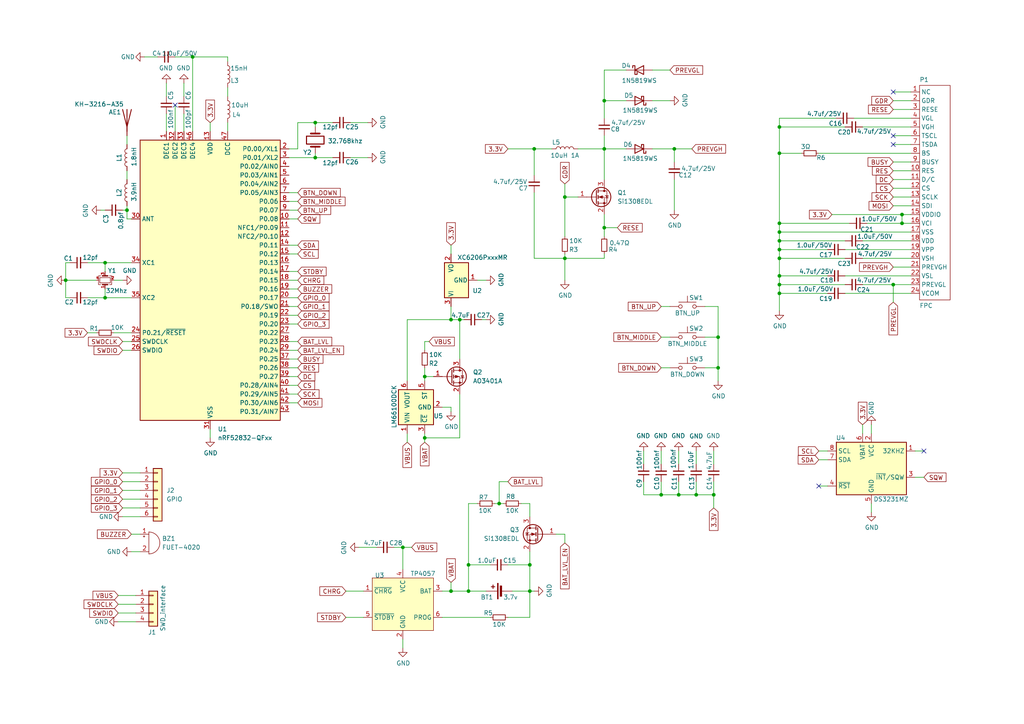
<source format=kicad_sch>
(kicad_sch (version 20250114) (generator "eeschema") (generator_version "9.0")
  (paper "A4")
  (junction (at 153.67 163.83))
  (junction (at 226.06 82.55))
  (junction (at 226.06 74.93))
  (junction (at 175.26 66.04))
  (junction (at 91.44 45.72))
  (junction (at 226.06 44.45))
  (junction (at 91.44 35.56))
  (junction (at 123.19 109.22))
  (junction (at 208.28 106.68))
  (junction (at 208.28 97.79))
  (junction (at 195.58 43.18))
  (junction (at 226.06 72.39))
  (junction (at 133.35 92.71))
  (junction (at 259.08 82.55))
  (junction (at 163.83 74.93))
  (junction (at 226.06 69.85))
  (junction (at 135.89 171.45))
  (junction (at 123.19 127))
  (junction (at 261.62 62.23))
  (junction (at 226.06 36.83))
  (junction (at 153.67 171.45))
  (junction (at 130.81 171.45))
  (junction (at 226.06 80.01))
  (junction (at 201.93 143.51))
  (junction (at 191.77 143.51))
  (junction (at 135.89 163.83))
  (junction (at 30.48 86.36))
  (junction (at 36.83 60.96))
  (junction (at 196.85 143.51))
  (junction (at 154.94 43.18))
  (junction (at 116.84 158.75))
  (junction (at 175.26 29.21))
  (junction (at 207.01 143.51))
  (junction (at 226.06 64.77))
  (junction (at 163.83 57.15))
  (junction (at 226.06 67.31))
  (junction (at 144.78 146.05))
  (junction (at 30.48 76.2))
  (junction (at 226.06 85.09))
  (junction (at 19.05 81.28))
  (junction (at 261.62 64.77))
  (junction (at 175.26 43.18))
  (junction (at 55.88 16.51))
  (junction (at 130.81 92.71))
  (no_connect (at 50.8 30.48))
  (no_connect (at 259.08 41.91))
  (no_connect (at 259.08 39.37))
  (no_connect (at 267.97 130.81))
  (no_connect (at 237.49 140.97))
  (no_connect (at 259.08 26.67))
  (wire (pts (xy 135.89 146.05) (xy 138.43 146.05)))
  (wire (pts (xy 226.06 85.09) (xy 226.06 90.17)))
  (wire (pts (xy 133.35 114.3) (xy 133.35 127)))
  (wire (pts (xy 201.93 130.81) (xy 201.93 134.62)))
  (wire (pts (xy 38.1 154.94) (xy 40.64 154.94)))
  (wire (pts (xy 241.3 62.23) (xy 261.62 62.23)))
  (wire (pts (xy 226.06 36.83) (xy 226.06 34.29)))
  (wire (pts (xy 226.06 64.77) (xy 226.06 67.31)))
  (wire (pts (xy 163.83 74.93) (xy 163.83 81.28)))
  (wire (pts (xy 133.35 92.71) (xy 134.62 92.71)))
  (wire (pts (xy 25.4 86.36) (xy 30.48 86.36)))
  (wire (pts (xy 36.83 39.37) (xy 36.83 41.91)))
  (wire (pts (xy 133.35 92.71) (xy 130.81 92.71)))
  (wire (pts (xy 226.06 82.55) (xy 226.06 85.09)))
  (wire (pts (xy 35.56 137.16) (xy 40.64 137.16)))
  (wire (pts (xy 53.34 33.02) (xy 53.34 38.1)))
  (wire (pts (xy 252.73 123.19) (xy 252.73 125.73)))
  (wire (pts (xy 201.93 143.51) (xy 207.01 143.51)))
  (wire (pts (xy 104.14 158.75) (xy 109.22 158.75)))
  (wire (pts (xy 83.82 109.22) (xy 86.36 109.22)))
  (wire (pts (xy 30.48 76.2) (xy 38.1 76.2)))
  (wire (pts (xy 106.68 45.72) (xy 101.6 45.72)))
  (wire (pts (xy 153.67 171.45) (xy 154.94 171.45)))
  (wire (pts (xy 83.82 116.84) (xy 86.36 116.84)))
  (wire (pts (xy 83.82 45.72) (xy 91.44 45.72)))
  (wire (pts (xy 259.08 39.37) (xy 264.16 39.37)))
  (wire (pts (xy 116.84 158.75) (xy 114.3 158.75)))
  (wire (pts (xy 175.26 29.21) (xy 181.61 29.21)))
  (wire (pts (xy 83.82 81.28) (xy 86.36 81.28)))
  (wire (pts (xy 267.97 138.43) (xy 265.43 138.43)))
  (wire (pts (xy 153.67 146.05) (xy 153.67 149.86)))
  (wire (pts (xy 175.26 66.04) (xy 175.26 68.58)))
  (wire (pts (xy 83.82 86.36) (xy 86.36 86.36)))
  (wire (pts (xy 226.06 69.85) (xy 226.06 72.39)))
  (wire (pts (xy 264.16 64.77) (xy 261.62 64.77)))
  (wire (pts (xy 34.29 172.72) (xy 39.37 172.72)))
  (wire (pts (xy 118.11 92.71) (xy 130.81 92.71)))
  (wire (pts (xy 83.82 71.12) (xy 86.36 71.12)))
  (wire (pts (xy 250.19 123.19) (xy 250.19 125.73)))
  (wire (pts (xy 186.69 143.51) (xy 191.77 143.51)))
  (wire (pts (xy 123.19 106.68) (xy 123.19 109.22)))
  (wire (pts (xy 226.06 72.39) (xy 226.06 74.93)))
  (wire (pts (xy 91.44 45.72) (xy 91.44 44.45)))
  (wire (pts (xy 208.28 88.9) (xy 208.28 97.79)))
  (wire (pts (xy 237.49 140.97) (xy 240.03 140.97)))
  (wire (pts (xy 19.05 81.28) (xy 27.94 81.28)))
  (wire (pts (xy 144.78 146.05) (xy 146.05 146.05)))
  (wire (pts (xy 66.04 25.4) (xy 66.04 27.94)))
  (wire (pts (xy 83.82 78.74) (xy 86.36 78.74)))
  (wire (pts (xy 204.47 88.9) (xy 208.28 88.9)))
  (wire (pts (xy 30.48 86.36) (xy 38.1 86.36)))
  (wire (pts (xy 226.06 80.01) (xy 226.06 82.55)))
  (wire (pts (xy 259.08 54.61) (xy 264.16 54.61)))
  (wire (pts (xy 34.29 175.26) (xy 39.37 175.26)))
  (wire (pts (xy 259.08 26.67) (xy 264.16 26.67)))
  (wire (pts (xy 38.1 160.02) (xy 40.64 160.02)))
  (wire (pts (xy 196.85 139.7) (xy 196.85 143.51)))
  (wire (pts (xy 191.77 143.51) (xy 196.85 143.51)))
  (wire (pts (xy 35.56 139.7) (xy 40.64 139.7)))
  (wire (pts (xy 245.11 72.39) (xy 264.16 72.39)))
  (wire (pts (xy 226.06 36.83) (xy 245.11 36.83)))
  (wire (pts (xy 133.35 127) (xy 123.19 127)))
  (wire (pts (xy 135.89 163.83) (xy 135.89 171.45)))
  (wire (pts (xy 191.77 97.79) (xy 194.31 97.79)))
  (wire (pts (xy 154.94 43.18) (xy 154.94 50.8)))
  (wire (pts (xy 19.05 76.2) (xy 19.05 81.28)))
  (wire (pts (xy 135.89 171.45) (xy 140.97 171.45)))
  (wire (pts (xy 237.49 133.35) (xy 240.03 133.35)))
  (wire (pts (xy 226.06 44.45) (xy 232.41 44.45)))
  (wire (pts (xy 186.69 139.7) (xy 186.69 143.51)))
  (wire (pts (xy 250.19 74.93) (xy 264.16 74.93)))
  (wire (pts (xy 167.64 43.18) (xy 175.26 43.18)))
  (wire (pts (xy 189.23 43.18) (xy 195.58 43.18)))
  (wire (pts (xy 191.77 130.81) (xy 191.77 134.62)))
  (wire (pts (xy 83.82 91.44) (xy 86.36 91.44)))
  (wire (pts (xy 204.47 97.79) (xy 208.28 97.79)))
  (wire (pts (xy 175.26 43.18) (xy 175.26 52.07)))
  (wire (pts (xy 139.7 92.71) (xy 140.97 92.71)))
  (wire (pts (xy 83.82 104.14) (xy 86.36 104.14)))
  (wire (pts (xy 83.82 88.9) (xy 86.36 88.9)))
  (wire (pts (xy 226.06 80.01) (xy 240.03 80.01)))
  (wire (pts (xy 83.82 73.66) (xy 86.36 73.66)))
  (wire (pts (xy 175.26 66.04) (xy 179.07 66.04)))
  (wire (pts (xy 153.67 160.02) (xy 153.67 163.83)))
  (wire (pts (xy 259.08 52.07) (xy 264.16 52.07)))
  (wire (pts (xy 194.31 29.21) (xy 189.23 29.21)))
  (wire (pts (xy 148.59 171.45) (xy 153.67 171.45)))
  (wire (pts (xy 208.28 106.68) (xy 208.28 110.49)))
  (wire (pts (xy 35.56 144.78) (xy 40.64 144.78)))
  (wire (pts (xy 245.11 85.09) (xy 264.16 85.09)))
  (wire (pts (xy 250.19 36.83) (xy 264.16 36.83)))
  (wire (pts (xy 226.06 64.77) (xy 246.38 64.77)))
  (wire (pts (xy 34.29 180.34) (xy 39.37 180.34)))
  (wire (pts (xy 29.21 60.96) (xy 30.48 60.96)))
  (wire (pts (xy 259.08 31.75) (xy 264.16 31.75)))
  (wire (pts (xy 226.06 74.93) (xy 245.11 74.93)))
  (wire (pts (xy 66.04 35.56) (xy 66.04 38.1)))
  (wire (pts (xy 116.84 158.75) (xy 119.38 158.75)))
  (wire (pts (xy 83.82 101.6) (xy 86.36 101.6)))
  (wire (pts (xy 83.82 93.98) (xy 86.36 93.98)))
  (wire (pts (xy 151.13 146.05) (xy 153.67 146.05)))
  (wire (pts (xy 83.82 106.68) (xy 86.36 106.68)))
  (wire (pts (xy 201.93 139.7) (xy 201.93 143.51)))
  (wire (pts (xy 106.68 35.56) (xy 101.6 35.56)))
  (wire (pts (xy 38.1 63.5) (xy 36.83 63.5)))
  (wire (pts (xy 250.19 69.85) (xy 264.16 69.85)))
  (wire (pts (xy 163.83 57.15) (xy 167.64 57.15)))
  (wire (pts (xy 175.26 39.37) (xy 175.26 43.18)))
  (wire (pts (xy 207.01 130.81) (xy 207.01 134.62)))
  (wire (pts (xy 128.27 118.11) (xy 130.81 118.11)))
  (wire (pts (xy 175.26 29.21) (xy 175.26 34.29)))
  (wire (pts (xy 163.83 73.66) (xy 163.83 74.93)))
  (wire (pts (xy 226.06 44.45) (xy 226.06 64.77)))
  (wire (pts (xy 100.33 171.45) (xy 105.41 171.45)))
  (wire (pts (xy 130.81 118.11) (xy 130.81 119.38)))
  (wire (pts (xy 163.83 53.34) (xy 163.83 57.15)))
  (wire (pts (xy 226.06 36.83) (xy 226.06 44.45)))
  (wire (pts (xy 144.78 139.7) (xy 144.78 146.05)))
  (wire (pts (xy 96.52 45.72) (xy 91.44 45.72)))
  (wire (pts (xy 189.23 20.32) (xy 194.31 20.32)))
  (wire (pts (xy 66.04 16.51) (xy 55.88 16.51)))
  (wire (pts (xy 191.77 139.7) (xy 191.77 143.51)))
  (wire (pts (xy 83.82 43.18) (xy 86.36 43.18)))
  (wire (pts (xy 133.35 92.71) (xy 133.35 104.14)))
  (wire (pts (xy 147.32 139.7) (xy 144.78 139.7)))
  (wire (pts (xy 195.58 43.18) (xy 195.58 46.99)))
  (wire (pts (xy 154.94 55.88) (xy 154.94 74.93)))
  (wire (pts (xy 116.84 158.75) (xy 116.84 165.1)))
  (wire (pts (xy 25.4 76.2) (xy 30.48 76.2)))
  (wire (pts (xy 196.85 130.81) (xy 196.85 134.62)))
  (wire (pts (xy 83.82 111.76) (xy 86.36 111.76)))
  (wire (pts (xy 204.47 106.68) (xy 208.28 106.68)))
  (wire (pts (xy 135.89 146.05) (xy 135.89 163.83)))
  (wire (pts (xy 118.11 92.71) (xy 118.11 110.49)))
  (wire (pts (xy 261.62 64.77) (xy 261.62 62.23)))
  (wire (pts (xy 259.08 77.47) (xy 264.16 77.47)))
  (wire (pts (xy 19.05 86.36) (xy 19.05 81.28)))
  (wire (pts (xy 30.48 83.82) (xy 30.48 86.36)))
  (wire (pts (xy 35.56 99.06) (xy 38.1 99.06)))
  (wire (pts (xy 130.81 171.45) (xy 135.89 171.45)))
  (wire (pts (xy 83.82 83.82) (xy 86.36 83.82)))
  (wire (pts (xy 60.96 35.56) (xy 60.96 38.1)))
  (wire (pts (xy 259.08 82.55) (xy 264.16 82.55)))
  (wire (pts (xy 207.01 139.7) (xy 207.01 143.51)))
  (wire (pts (xy 226.06 67.31) (xy 264.16 67.31)))
  (wire (pts (xy 163.83 74.93) (xy 175.26 74.93)))
  (wire (pts (xy 208.28 97.79) (xy 208.28 106.68)))
  (wire (pts (xy 86.36 43.18) (xy 86.36 35.56)))
  (wire (pts (xy 35.56 101.6) (xy 38.1 101.6)))
  (wire (pts (xy 207.01 143.51) (xy 207.01 147.32)))
  (wire (pts (xy 83.82 60.96) (xy 86.36 60.96)))
  (wire (pts (xy 191.77 106.68) (xy 194.31 106.68)))
  (wire (pts (xy 161.29 154.94) (xy 163.83 154.94)))
  (wire (pts (xy 35.56 142.24) (xy 40.64 142.24)))
  (wire (pts (xy 96.52 35.56) (xy 91.44 35.56)))
  (wire (pts (xy 41.91 16.51) (xy 45.72 16.51)))
  (wire (pts (xy 267.97 130.81) (xy 265.43 130.81)))
  (wire (pts (xy 163.83 57.15) (xy 163.83 68.58)))
  (wire (pts (xy 135.89 163.83) (xy 142.24 163.83)))
  (wire (pts (xy 66.04 17.78) (xy 66.04 16.51)))
  (wire (pts (xy 259.08 29.21) (xy 264.16 29.21)))
  (wire (pts (xy 259.08 59.69) (xy 264.16 59.69)))
  (wire (pts (xy 83.82 114.3) (xy 86.36 114.3)))
  (wire (pts (xy 123.19 125.73) (xy 123.19 127)))
  (wire (pts (xy 181.61 20.32) (xy 175.26 20.32)))
  (wire (pts (xy 33.02 96.52) (xy 38.1 96.52)))
  (wire (pts (xy 34.29 177.8) (xy 39.37 177.8)))
  (wire (pts (xy 261.62 62.23) (xy 264.16 62.23)))
  (wire (pts (xy 245.11 80.01) (xy 264.16 80.01)))
  (wire (pts (xy 147.32 163.83) (xy 153.67 163.83)))
  (wire (pts (xy 147.32 43.18) (xy 154.94 43.18)))
  (wire (pts (xy 20.32 86.36) (xy 19.05 86.36)))
  (wire (pts (xy 25.4 96.52) (xy 27.94 96.52)))
  (wire (pts (xy 196.85 143.51) (xy 201.93 143.51)))
  (wire (pts (xy 55.88 16.51) (xy 50.8 16.51)))
  (wire (pts (xy 130.81 71.12) (xy 130.81 73.66)))
  (wire (pts (xy 154.94 43.18) (xy 160.02 43.18)))
  (wire (pts (xy 259.08 57.15) (xy 264.16 57.15)))
  (wire (pts (xy 250.19 82.55) (xy 259.08 82.55)))
  (wire (pts (xy 186.69 130.81) (xy 186.69 134.62)))
  (wire (pts (xy 195.58 52.07) (xy 195.58 60.96)))
  (wire (pts (xy 128.27 171.45) (xy 130.81 171.45)))
  (wire (pts (xy 53.34 24.13) (xy 53.34 27.94)))
  (wire (pts (xy 91.44 36.83) (xy 91.44 35.56)))
  (wire (pts (xy 86.36 35.56) (xy 91.44 35.56)))
  (wire (pts (xy 191.77 88.9) (xy 194.31 88.9)))
  (wire (pts (xy 153.67 163.83) (xy 153.67 171.45)))
  (wire (pts (xy 251.46 64.77) (xy 261.62 64.77)))
  (wire (pts (xy 118.11 125.73) (xy 118.11 128.27)))
  (wire (pts (xy 237.49 44.45) (xy 264.16 44.45)))
  (wire (pts (xy 259.08 49.53) (xy 264.16 49.53)))
  (wire (pts (xy 226.06 34.29) (xy 242.57 34.29)))
  (wire (pts (xy 20.32 76.2) (xy 19.05 76.2)))
  (wire (pts (xy 48.26 33.02) (xy 48.26 38.1)))
  (wire (pts (xy 226.06 74.93) (xy 226.06 80.01)))
  (wire (pts (xy 138.43 81.28) (xy 140.97 81.28)))
  (wire (pts (xy 123.19 110.49) (xy 123.19 109.22)))
  (wire (pts (xy 154.94 74.93) (xy 163.83 74.93)))
  (wire (pts (xy 35.56 60.96) (xy 36.83 60.96)))
  (wire (pts (xy 195.58 43.18) (xy 200.66 43.18)))
  (wire (pts (xy 116.84 185.42) (xy 116.84 187.96)))
  (wire (pts (xy 226.06 82.55) (xy 245.11 82.55)))
  (wire (pts (xy 252.73 148.59) (xy 252.73 146.05)))
  (wire (pts (xy 226.06 69.85) (xy 245.11 69.85)))
  (wire (pts (xy 55.88 16.51) (xy 55.88 38.1)))
  (wire (pts (xy 259.08 82.55) (xy 259.08 87.63)))
  (wire (pts (xy 83.82 55.88) (xy 86.36 55.88)))
  (wire (pts (xy 36.83 49.53) (xy 36.83 52.07)))
  (wire (pts (xy 147.32 179.07) (xy 153.67 179.07)))
  (wire (pts (xy 123.19 99.06) (xy 123.19 101.6)))
  (wire (pts (xy 33.02 81.28) (xy 35.56 81.28)))
  (wire (pts (xy 175.26 73.66) (xy 175.26 74.93)))
  (wire (pts (xy 83.82 58.42) (xy 86.36 58.42)))
  (wire (pts (xy 175.26 43.18) (xy 181.61 43.18)))
  (wire (pts (xy 259.08 41.91) (xy 264.16 41.91)))
  (wire (pts (xy 175.26 20.32) (xy 175.26 29.21)))
  (wire (pts (xy 48.26 24.13) (xy 48.26 27.94)))
  (wire (pts (xy 226.06 67.31) (xy 226.06 69.85)))
  (wire (pts (xy 175.26 62.23) (xy 175.26 66.04)))
  (wire (pts (xy 130.81 168.91) (xy 130.81 171.45)))
  (wire (pts (xy 30.48 76.2) (xy 30.48 78.74)))
  (wire (pts (xy 60.96 124.46) (xy 60.96 127)))
  (wire (pts (xy 226.06 72.39) (xy 240.03 72.39)))
  (wire (pts (xy 123.19 109.22) (xy 125.73 109.22)))
  (wire (pts (xy 83.82 63.5) (xy 86.36 63.5)))
  (wire (pts (xy 35.56 149.86) (xy 40.64 149.86)))
  (wire (pts (xy 143.51 146.05) (xy 144.78 146.05)))
  (wire (pts (xy 259.08 46.99) (xy 264.16 46.99)))
  (wire (pts (xy 83.82 99.06) (xy 86.36 99.06)))
  (wire (pts (xy 123.19 127) (xy 123.19 128.27)))
  (wire (pts (xy 35.56 147.32) (xy 40.64 147.32)))
  (wire (pts (xy 163.83 157.48) (xy 163.83 154.94)))
  (wire (pts (xy 247.65 34.29) (xy 264.16 34.29)))
  (wire (pts (xy 237.49 130.81) (xy 240.03 130.81)))
  (wire (pts (xy 130.81 92.71) (xy 130.81 88.9)))
  (wire (pts (xy 128.27 179.07) (xy 142.24 179.07)))
  (wire (pts (xy 153.67 179.07) (xy 153.67 171.45)))
  (wire (pts (xy 36.83 60.96) (xy 36.83 63.5)))
  (wire (pts (xy 226.06 85.09) (xy 240.03 85.09)))
  (wire (pts (xy 50.8 30.48) (xy 50.8 38.1)))
  (wire (pts (xy 100.33 179.07) (xy 105.41 179.07)))
  (wire (pts (xy 124.46 99.06) (xy 123.19 99.06)))
  (wire (pts (xy 36.83 59.69) (xy 36.83 60.96)))
  (global_label "SWDIO" (shape input) (at 34.29 177.8 180) (property "Intersheetrefs" "${INTERSHEET_REFS}" (effects (hide yes))))
  (global_label "STDBY" (shape input) (at 86.36 78.74 0) (property "Intersheetrefs" "${INTERSHEET_REFS}" (effects (hide yes))))
  (global_label "GPIO_0" (shape input) (at 35.56 139.7 180) (property "Intersheetrefs" "${INTERSHEET_REFS}" (effects (hide yes))))
  (global_label "BTN_UP" (shape input) (at 191.77 88.9 180) (property "Intersheetrefs" "${INTERSHEET_REFS}" (effects (hide yes))))
  (global_label "BAT_LVL" (shape input) (at 147.32 139.7 0) (property "Intersheetrefs" "${INTERSHEET_REFS}" (effects (hide yes))))
  (global_label "SDA" (shape input) (at 86.36 71.12 0) (property "Intersheetrefs" "${INTERSHEET_REFS}" (effects (hide yes))))
  (global_label "VBAT" (shape input) (at 130.81 168.91 90) (property "Intersheetrefs" "${INTERSHEET_REFS}" (effects (hide yes))))
  (global_label "DC" (shape input) (at 86.36 109.22 0) (property "Intersheetrefs" "${INTERSHEET_REFS}" (effects (hide yes))))
  (global_label "PREVGL" (shape input) (at 194.31 20.32 0) (property "Intersheetrefs" "${INTERSHEET_REFS}" (effects (hide yes))))
  (global_label "3.3V" (shape input) (at 241.3 62.23 180) (property "Intersheetrefs" "${INTERSHEET_REFS}" (effects (hide yes))))
  (global_label "BTN_DOWN" (shape input) (at 191.77 106.68 180) (property "Intersheetrefs" "${INTERSHEET_REFS}" (effects (hide yes))))
  (global_label "BUZZER" (shape input) (at 86.36 83.82 0) (property "Intersheetrefs" "${INTERSHEET_REFS}" (effects (hide yes))))
  (global_label "GPIO_2" (shape input) (at 86.36 91.44 0) (property "Intersheetrefs" "${INTERSHEET_REFS}" (effects (hide yes))))
  (global_label "SCK" (shape input) (at 259.08 57.15 180) (property "Intersheetrefs" "${INTERSHEET_REFS}" (effects (hide yes))))
  (global_label "BAT_LVL" (shape input) (at 86.36 99.06 0) (property "Intersheetrefs" "${INTERSHEET_REFS}" (effects (hide yes))))
  (global_label "CS" (shape input) (at 86.36 111.76 0) (property "Intersheetrefs" "${INTERSHEET_REFS}" (effects (hide yes))))
  (global_label "PREVGH" (shape input) (at 200.66 43.18 0) (property "Intersheetrefs" "${INTERSHEET_REFS}" (effects (hide yes))))
  (global_label "BTN_MIDDLE" (shape input) (at 86.36 58.42 0) (property "Intersheetrefs" "${INTERSHEET_REFS}" (effects (hide yes))))
  (global_label "SDA" (shape input) (at 237.49 133.35 180) (property "Intersheetrefs" "${INTERSHEET_REFS}" (effects (hide yes))))
  (global_label "SCK" (shape input) (at 86.36 114.3 0) (property "Intersheetrefs" "${INTERSHEET_REFS}" (effects (hide yes))))
  (global_label "BUSY" (shape input) (at 86.36 104.14 0) (property "Intersheetrefs" "${INTERSHEET_REFS}" (effects (hide yes))))
  (global_label "3.3V" (shape input) (at 130.81 71.12 90) (property "Intersheetrefs" "${INTERSHEET_REFS}" (effects (hide yes))))
  (global_label "BUZZER" (shape input) (at 38.1 154.94 180) (property "Intersheetrefs" "${INTERSHEET_REFS}" (effects (hide yes))))
  (global_label "SWDIO" (shape input) (at 35.56 101.6 180) (property "Intersheetrefs" "${INTERSHEET_REFS}" (effects (hide yes))))
  (global_label "GPIO_3" (shape input) (at 35.56 147.32 180) (property "Intersheetrefs" "${INTERSHEET_REFS}" (effects (hide yes))))
  (global_label "GDR" (shape input) (at 259.08 29.21 180) (property "Intersheetrefs" "${INTERSHEET_REFS}" (effects (hide yes))))
  (global_label "3.3V" (shape input) (at 147.32 43.18 180) (property "Intersheetrefs" "${INTERSHEET_REFS}" (effects (hide yes))))
  (global_label "SWDCLK" (shape input) (at 34.29 175.26 180) (property "Intersheetrefs" "${INTERSHEET_REFS}" (effects (hide yes))))
  (global_label "BAT_LVL_EN" (shape input) (at 86.36 101.6 0) (property "Intersheetrefs" "${INTERSHEET_REFS}" (effects (hide yes))))
  (global_label "GPIO_2" (shape input) (at 35.56 144.78 180) (property "Intersheetrefs" "${INTERSHEET_REFS}" (effects (hide yes))))
  (global_label "MOSI" (shape input) (at 259.08 59.69 180) (property "Intersheetrefs" "${INTERSHEET_REFS}" (effects (hide yes))))
  (global_label "VBUS" (shape input) (at 124.46 99.06 0) (property "Intersheetrefs" "${INTERSHEET_REFS}" (effects (hide yes))))
  (global_label "VBUS" (shape input) (at 119.38 158.75 0) (property "Intersheetrefs" "${INTERSHEET_REFS}" (effects (hide yes))))
  (global_label "MOSI" (shape input) (at 86.36 116.84 0) (property "Intersheetrefs" "${INTERSHEET_REFS}" (effects (hide yes))))
  (global_label "VBAT" (shape input) (at 123.19 128.27 270) (property "Intersheetrefs" "${INTERSHEET_REFS}" (effects (hide yes))))
  (global_label "SWDCLK" (shape input) (at 35.56 99.06 180) (property "Intersheetrefs" "${INTERSHEET_REFS}" (effects (hide yes))))
  (global_label "RESE" (shape input) (at 259.08 31.75 180) (property "Intersheetrefs" "${INTERSHEET_REFS}" (effects (hide yes))))
  (global_label "VBUS" (shape input) (at 34.29 172.72 180) (property "Intersheetrefs" "${INTERSHEET_REFS}" (effects (hide yes))))
  (global_label "PREVGH" (shape input) (at 259.08 77.47 180) (property "Intersheetrefs" "${INTERSHEET_REFS}" (effects (hide yes))))
  (global_label "GPIO_0" (shape input) (at 86.36 86.36 0) (property "Intersheetrefs" "${INTERSHEET_REFS}" (effects (hide yes))))
  (global_label "GPIO_3" (shape input) (at 86.36 93.98 0) (property "Intersheetrefs" "${INTERSHEET_REFS}" (effects (hide yes))))
  (global_label "3.3V" (shape input) (at 35.56 137.16 180) (property "Intersheetrefs" "${INTERSHEET_REFS}" (effects (hide yes))))
  (global_label "GPIO_1" (shape input) (at 35.56 142.24 180) (property "Intersheetrefs" "${INTERSHEET_REFS}" (effects (hide yes))))
  (global_label "PREVGL" (shape input) (at 259.08 87.63 270) (property "Intersheetrefs" "${INTERSHEET_REFS}" (effects (hide yes))))
  (global_label "3.3V" (shape input) (at 250.19 123.19 90) (property "Intersheetrefs" "${INTERSHEET_REFS}" (effects (hide yes))))
  (global_label "3.3V" (shape input) (at 60.96 35.56 90) (property "Intersheetrefs" "${INTERSHEET_REFS}" (effects (hide yes))))
  (global_label "BTN_DOWN" (shape input) (at 86.36 55.88 0) (property "Intersheetrefs" "${INTERSHEET_REFS}" (effects (hide yes))))
  (global_label "3.3V" (shape input) (at 207.01 147.32 270) (property "Intersheetrefs" "${INTERSHEET_REFS}" (effects (hide yes))))
  (global_label "DC" (shape input) (at 259.08 52.07 180) (property "Intersheetrefs" "${INTERSHEET_REFS}" (effects (hide yes))))
  (global_label "BUSY" (shape input) (at 259.08 46.99 180) (property "Intersheetrefs" "${INTERSHEET_REFS}" (effects (hide yes))))
  (global_label "SCL" (shape input) (at 86.36 73.66 0) (property "Intersheetrefs" "${INTERSHEET_REFS}" (effects (hide yes))))
  (global_label "BAT_LVL_EN" (shape input) (at 163.83 157.48 270) (property "Intersheetrefs" "${INTERSHEET_REFS}" (effects (hide yes))))
  (global_label "BTN_MIDDLE" (shape input) (at 191.77 97.79 180) (property "Intersheetrefs" "${INTERSHEET_REFS}" (effects (hide yes))))
  (global_label "BTN_UP" (shape input) (at 86.36 60.96 0) (property "Intersheetrefs" "${INTERSHEET_REFS}" (effects (hide yes))))
  (global_label "STDBY" (shape input) (at 100.33 179.07 180) (property "Intersheetrefs" "${INTERSHEET_REFS}" (effects (hide yes))))
  (global_label "GPIO_1" (shape input) (at 86.36 88.9 0) (property "Intersheetrefs" "${INTERSHEET_REFS}" (effects (hide yes))))
  (global_label "CS" (shape input) (at 259.08 54.61 180) (property "Intersheetrefs" "${INTERSHEET_REFS}" (effects (hide yes))))
  (global_label "GDR" (shape input) (at 163.83 53.34 90) (property "Intersheetrefs" "${INTERSHEET_REFS}" (effects (hide yes))))
  (global_label "CHRG" (shape input) (at 86.36 81.28 0) (property "Intersheetrefs" "${INTERSHEET_REFS}" (effects (hide yes))))
  (global_label "SQW" (shape input) (at 267.97 138.43 0) (property "Intersheetrefs" "${INTERSHEET_REFS}" (effects (hide yes))))
  (global_label "CHRG" (shape input) (at 100.33 171.45 180) (property "Intersheetrefs" "${INTERSHEET_REFS}" (effects (hide yes))))
  (global_label "VBUS" (shape input) (at 118.11 128.27 270) (property "Intersheetrefs" "${INTERSHEET_REFS}" (effects (hide yes))))
  (global_label "RES" (shape input) (at 259.08 49.53 180) (property "Intersheetrefs" "${INTERSHEET_REFS}" (effects (hide yes))))
  (global_label "SCL" (shape input) (at 237.49 130.81 180) (property "Intersheetrefs" "${INTERSHEET_REFS}" (effects (hide yes))))
  (global_label "3.3V" (shape input) (at 25.4 96.52 180) (property "Intersheetrefs" "${INTERSHEET_REFS}" (effects (hide yes))))
  (global_label "RES" (shape input) (at 86.36 106.68 0) (property "Intersheetrefs" "${INTERSHEET_REFS}" (effects (hide yes))))
  (global_label "RESE" (shape input) (at 179.07 66.04 0) (property "Intersheetrefs" "${INTERSHEET_REFS}" (effects (hide yes))))
  (global_label "SQW" (shape input) (at 86.36 63.5 0) (property "Intersheetrefs" "${INTERSHEET_REFS}" (effects (hide yes))))
  (symbol (lib_id "EPD_watch-rescue:GND-power") (at 252.73 148.59 0) (unit 1)
    (property "Reference" "#PWR023" (effects (hide yes)))
    (property "Value" "GND" (at 252.857 152.9842 0))
  )
  (symbol (lib_id "Device:L") (at 66.04 21.59 0) (unit 1)
    (property "Reference" "L3" (at 68.072 23.368 0))
    (property "Value" "15nH" (at 69.342 19.812 0))
    (property "Footprint" "Inductor_SMD:L_0402_1005Metric" (effects (hide yes)))
    (property "LCSC" "C329619" (effects (hide yes)))
  )
  (symbol (lib_id "Device:C_Small") (at 22.86 86.36 90) (unit 1)
    (property "Reference" "C2" (at 20.066 87.63 90))
    (property "Value" "12pf" (at 26.162 87.63 90))
    (property "Footprint" "Capacitor_SMD:C_0402_1005Metric" (effects (hide yes)))
    (property "Description" "Unpolarized capacitor, small symbol" (effects (hide yes)))
    (property "LCSC" "C161305" (effects (hide yes)))
  )
  (symbol (lib_id "Device:C_Small") (at 196.85 137.16 180) (unit 1)
    (property "Reference" "C11" (at 195.58 140.208 90))
    (property "Value" "100nf" (at 195.326 133.096 90))
    (property "Footprint" "Capacitor_SMD:C_0402_1005Metric" (effects (hide yes)))
    (property "Description" "Unpolarized capacitor, small symbol" (effects (hide yes)))
    (property "LCSC" "C1525" (effects (hide yes)))
  )
  (symbol (lib_id "Switch:SW_Push") (at 199.39 106.68 0) (unit 1)
    (property "Reference" "SW3" (at 201.93 104.14 0))
    (property "Value" "BTN_DOWN" (at 199.39 108.585 0))
    (property "Footprint" "epd_watch:TS-1010A-B" (effects (hide yes)))
    (property "LCSC" "C381059" (effects (hide yes)))
  )
  (symbol (lib_id "EPD_watch-rescue:GND-power") (at 196.85 130.81 180) (unit 1)
    (property "Reference" "#PWR016" (effects (hide yes)))
    (property "Value" "GND" (at 196.723 126.4158 0))
  )
  (symbol (lib_id "Device:C_Small") (at 33.02 60.96 90) (unit 1)
    (property "Reference" "C3" (at 30.734 63.5 0))
    (property "Value" "0.8pf" (at 35.052 64.008 0))
    (property "Footprint" "Capacitor_SMD:C_0402_1005Metric" (effects (hide yes)))
    (property "Description" "Unpolarized capacitor, small symbol" (effects (hide yes)))
    (property "LCSC" "C327032" (effects (hide yes)))
  )
  (symbol (lib_id "Regulator_Linear:XC6206PxxxMR") (at 130.81 81.28 90) (unit 1)
    (property "Reference" "U2" (at 138.43 84.328 90))
    (property "Value" "XC6206PxxxMR" (at 139.954 74.676 90))
    (property "Footprint" "Package_TO_SOT_SMD:SOT-23-3" (effects (hide yes)))
    (property "Datasheet" "https://www.torexsemi.com/file/xc6206/XC6206.pdf" (effects (hide yes)))
    (property "Description" "Positive 60-250mA Low Dropout Regulator, Fixed Output, SOT-23" (effects (hide yes)))
    (property "LCSC" "C5446 " (effects (hide yes)))
  )
  (symbol (lib_id "Device:C_Small") (at 99.06 35.56 270) (unit 1)
    (property "Reference" "C25" (at 102.108 36.83 90))
    (property "Value" "12pf" (at 95.758 36.83 90))
    (property "Footprint" "Capacitor_SMD:C_0402_1005Metric" (effects (hide yes)))
    (property "Description" "Unpolarized capacitor, small symbol" (effects (hide yes)))
    (property "LCSC" "C161305" (effects (hide yes)))
  )
  (symbol (lib_id "Device:R_Small") (at 234.95 44.45 270) (unit 1)
    (property "Reference" "R6" (at 238.125 45.72 90))
    (property "Value" "3Ω" (at 233.68 42.545 90))
    (property "Footprint" "Resistor_SMD:R_0402_1005Metric" (effects (hide yes)))
    (property "LCSC" "C423196" (effects (hide yes)))
  )
  (symbol (lib_id "Device:C_Small") (at 242.57 85.09 270) (unit 1)
    (property "Reference" "C19" (at 239.522 86.614 90))
    (property "Value" "1.0uF/50V" (at 236.474 83.82 90))
    (property "Footprint" "Capacitor_SMD:C_0402_1005Metric" (effects (hide yes)))
    (property "LCSC" "C1518208" (effects (hide yes)))
  )
  (symbol (lib_id "EPD_watch-rescue:GND-power") (at 130.81 119.38 0) (unit 1)
    (property "Reference" "#PWR27" (effects (hide yes)))
    (property "Value" "GND" (at 130.937 123.7742 0))
  )
  (symbol (lib_id "EPD_watch-rescue:GND-power") (at 48.26 24.13 180) (unit 1)
    (property "Reference" "#PWR05" (effects (hide yes)))
    (property "Value" "GND" (at 48.133 19.7358 0))
  )
  (symbol (lib_id "Timer_RTC:DS3231MZ") (at 252.73 135.89 0) (unit 1)
    (property "Reference" "U4" (at 243.84 127 0))
    (property "Value" "DS3231MZ" (at 258.445 144.78 0))
    (property "Footprint" "Package_SO:SOIC-8_3.9x4.9mm_P1.27mm" (effects (hide yes)))
    (property "Datasheet" "http://datasheets.maximintegrated.com/en/ds/DS3231M.pdf" (effects (hide yes)))
    (property "LCSC" "C107410 " (effects (hide yes)))
  )
  (symbol (lib_id "Device:C_Small") (at 154.94 53.34 180) (unit 1)
    (property "Reference" "C7" (at 151.765 54.61 0))
    (property "Value" "4.7uf/25V" (at 147.955 52.705 0))
    (property "Footprint" "Capacitor_SMD:C_0402_1005Metric" (effects (hide yes)))
    (property "LCSC" "C2858031 " (effects (hide yes)))
  )
  (symbol (lib_id "Device:C_Small") (at 191.77 137.16 180) (unit 1)
    (property "Reference" "C10" (at 190.5 140.208 90))
    (property "Value" "100nf" (at 190.5 133.35 90))
    (property "Footprint" "Capacitor_SMD:C_0402_1005Metric" (effects (hide yes)))
    (property "Description" "Unpolarized capacitor, small symbol" (effects (hide yes)))
    (property "LCSC" "C1525" (effects (hide yes)))
  )
  (symbol (lib_id "epd_watch:TP4057") (at 116.84 175.26 0) (unit 1)
    (property "Reference" "U3" (at 108.712 166.878 0) (effects (justify left)))
    (property "Value" "TP4057" (at 119.0341 166.37 0) (effects (justify left)))
    (property "Footprint" "Package_TO_SOT_SMD:SOT-23-6" (effects (hide yes)))
    (property "LCSC" "C12044" (effects (hide yes)))
  )
  (symbol (lib_id "Device:C_Small") (at 242.57 80.01 270) (unit 1)
    (property "Reference" "C18" (at 239.776 81.28 90))
    (property "Value" "4.7uf/25V" (at 236.728 78.74 90))
    (property "Footprint" "Capacitor_SMD:C_0402_1005Metric" (effects (hide yes)))
    (property "LCSC" "C2858031 " (effects (hide yes)))
  )
  (symbol (lib_id "MCU_Nordic:nRF52832-QFxx") (at 60.96 81.28 0) (unit 1)
    (property "Reference" "U1" (at 63.1541 124.46 0) (effects (justify left)))
    (property "Value" "nRF52832-QFxx" (at 63.1541 127 0) (effects (justify left)))
    (property "Footprint" "Package_DFN_QFN:QFN-48-1EP_6x6mm_P0.4mm_EP4.6x4.6mm" (effects (hide yes)))
    (property "Datasheet" "http://infocenter.nordicsemi.com/pdf/nRF52832_PS_v1.4.pdf" (effects (hide yes)))
    (property "Description" "Multiprotocol BLE/2.4GHz Cortex-M4 SoC, QFN-48" (effects (hide yes)))
    (property "LCSC" "C77540" (effects (hide yes)))
  )
  (symbol (lib_id "EPD_watch-rescue:GND-power") (at 53.34 24.13 180) (unit 1)
    (property "Reference" "#PWR06" (effects (hide yes)))
    (property "Value" "GND" (at 53.213 19.7358 0))
  )
  (symbol (lib_id "epd_watch:EPD_FPC") (at 266.7 55.88 0) (unit 1)
    (property "Reference" "P1" (at 266.7 23.114 0) (effects (justify left)))
    (property "Value" "FPC" (at 266.7 88.646 0) (effects (justify left)))
    (property "Footprint" "epd_watch:FPC-05F-24PH15" (effects (hide yes)))
    (property "LCSC" "C2856821" (effects (hide yes)))
  )
  (symbol (lib_id "EPD_watch-rescue:GND-power") (at 116.84 187.96 0) (unit 1)
    (property "Reference" "#PWR07" (effects (hide yes)))
    (property "Value" "GND" (at 116.967 192.3542 0))
  )
  (symbol (lib_id "Transistor_FET:AO3401A") (at 130.81 109.22 0) (unit 1)
    (property "Reference" "Q2" (at 137.16 107.9499 0) (effects (justify left)))
    (property "Value" "AO3401A" (at 137.16 110.4899 0) (effects (justify left)))
    (property "Footprint" "Package_TO_SOT_SMD:SOT-23" (effects (hide yes)))
    (property "Datasheet" "http://www.aosmd.com/pdfs/datasheet/AO3401A.pdf" (effects (hide yes)))
    (property "Description" "-4.0A Id, -30V Vds, P-Channel MOSFET, SOT-23" (effects (hide yes)))
    (property "LCSC" "C15127" (effects (hide yes)))
  )
  (symbol (lib_id "Diode:1N5819WS") (at 185.42 20.32 0) (unit 1)
    (property "Reference" "D4" (at 181.61 19.05 0))
    (property "Value" "1N5819WS" (at 185.42 23.368 0))
    (property "Footprint" "Diode_SMD:D_SOD-323" (effects (hide yes)))
    (property "Datasheet" "https://datasheet.lcsc.com/lcsc/2204281430_Guangdong-Hottech-1N5819WS_C191023.pdf" (effects (hide yes)))
    (property "Description" "40V 600mV@1A 1A SOD-323 Schottky Barrier Diodes, SOD-323" (effects (hide yes)))
    (property "LCSC" "C191023" (effects (hide yes)))
  )
  (symbol (lib_id "Device:C_Small") (at 207.01 137.16 180) (unit 1)
    (property "Reference" "C14" (at 205.74 140.208 90))
    (property "Value" "4.7uF" (at 205.74 133.604 90))
    (property "Footprint" "Capacitor_SMD:C_0402_1005Metric" (effects (hide yes)))
    (property "Description" "Unpolarized capacitor, small symbol" (effects (hide yes)))
    (property "LCSC" "C2858031" (effects (hide yes)))
  )
  (symbol (lib_id "Device:R_Small") (at 175.26 71.12 0) (unit 1)
    (property "Reference" "R4" (at 177.8 72.39 0))
    (property "Value" "0.47Ω" (at 179.705 70.485 0))
    (property "Footprint" "Resistor_SMD:R_0402_1005Metric" (effects (hide yes)))
    (property "LCSC" "C423162" (effects (hide yes)))
  )
  (symbol (lib_id "EPD_watch-rescue:GND-power") (at 201.93 130.81 180) (unit 1)
    (property "Reference" "#PWR019" (effects (hide yes)))
    (property "Value" "GND" (at 201.93 126.492 0))
  )
  (symbol (lib_id "Device:Battery_Cell") (at 146.05 171.45 90) (unit 1)
    (property "Reference" "BT1" (at 141.224 173.228 90))
    (property "Value" "3.7v" (at 148.082 173.228 90))
    (property "Footprint" "epd_watch:batt_con" (effects (hide yes)))
    (property "Description" "Single-cell battery" (effects (hide yes)))
  )
  (symbol (lib_id "Device:C_Small") (at 248.92 64.77 270) (unit 1)
    (property "Reference" "C21" (at 251.46 66.548 90))
    (property "Value" "1.0uF/50V" (at 255.016 63.5 90))
    (property "Footprint" "Capacitor_SMD:C_0402_1005Metric" (effects (hide yes)))
    (property "LCSC" "C1518208" (effects (hide yes)))
  )
  (symbol (lib_id "Device:C_Small") (at 48.26 16.51 90) (unit 1)
    (property "Reference" "C4" (at 45.466 15.494 90))
    (property "Value" "1.0uF/50V" (at 52.07 15.494 90))
    (property "Footprint" "Capacitor_SMD:C_0402_1005Metric" (effects (hide yes)))
    (property "Description" "Unpolarized capacitor, small symbol" (effects (hide yes)))
    (property "LCSC" "C1518208" (effects (hide yes)))
  )
  (symbol (lib_id "Transistor_FET:Si1308EDL") (at 172.72 57.15 0) (unit 1)
    (property "Reference" "Q1" (at 179.07 55.8799 0) (effects (justify left)))
    (property "Value" "Si1308EDL" (at 179.07 58.4199 0) (effects (justify left)))
    (property "Footprint" "Package_TO_SOT_SMD:SOT-323_SC-70" (effects (hide yes)))
    (property "Datasheet" "https://www.vishay.com/docs/63399/si1308edl.pdf" (effects (hide yes)))
    (property "Description" "30V Vds, 1.4A Id, N-Channel MOSFET, SC-70" (effects (hide yes)))
    (property "LCSC" "C469327" (effects (hide yes)))
  )
  (symbol (lib_id "Switch:SW_Push") (at 199.39 97.79 0) (unit 1)
    (property "Reference" "SW2" (at 201.93 95.25 0))
    (property "Value" "BTN_MIDDLE" (at 199.39 99.695 0))
    (property "Footprint" "epd_watch:TS-1010A-B" (effects (hide yes)))
    (property "LCSC" "C381059" (effects (hide yes)))
  )
  (symbol (lib_id "Device:R_Small") (at 123.19 104.14 0) (unit 1)
    (property "Reference" "R2" (at 125.73 105.41 0))
    (property "Value" "10K" (at 126.365 102.87 0))
    (property "Footprint" "Resistor_SMD:R_0402_1005Metric" (effects (hide yes)))
    (property "LCSC" "C25744 " (effects (hide yes)))
  )
  (symbol (lib_id "Device:C_Small") (at 247.65 36.83 270) (unit 1)
    (property "Reference" "C20" (at 244.856 38.354 90))
    (property "Value" "4.7uf/25V" (at 253.492 38.1 90))
    (property "Footprint" "Capacitor_SMD:C_0402_1005Metric" (effects (hide yes)))
    (property "LCSC" "C2858031 " (effects (hide yes)))
  )
  (symbol (lib_id "EPD_watch-rescue:GND-power") (at 106.68 35.56 90) (unit 1)
    (property "Reference" "#PWR025" (effects (hide yes)))
    (property "Value" "GND" (at 111.0742 35.433 0))
  )
  (symbol (lib_id "Transistor_FET:Si1308EDL") (at 156.21 154.94 0) (mirror y) (unit 1)
    (property "Reference" "Q3" (at 150.622 153.67 0) (effects (justify left)))
    (property "Value" "Si1308EDL" (at 150.622 156.21 0) (effects (justify left)))
    (property "Footprint" "Package_TO_SOT_SMD:SOT-323_SC-70" (effects (hide yes)))
    (property "Datasheet" "https://www.vishay.com/docs/63399/si1308edl.pdf" (effects (hide yes)))
    (property "Description" "30V Vds, 1.4A Id, N-Channel MOSFET, SC-70" (effects (hide yes)))
    (property "LCSC" "C469327" (effects (hide yes)))
  )
  (symbol (lib_id "Device:C_Small") (at 53.34 30.48 180) (unit 1)
    (property "Reference" "C6" (at 54.61 27.686 90))
    (property "Value" "100pf" (at 54.61 34.544 90))
    (property "Footprint" "Capacitor_SMD:C_0402_1005Metric" (effects (hide yes)))
    (property "Description" "Unpolarized capacitor, small symbol" (effects (hide yes)))
    (property "LCSC" "C1546" (effects (hide yes)))
  )
  (symbol (lib_id "EPD_watch-rescue:GND-power") (at 140.97 92.71 90) (unit 1)
    (property "Reference" "#PWR29" (effects (hide yes)))
    (property "Value" "GND" (at 145.3642 92.583 0))
  )
  (symbol (lib_id "EPD_watch-rescue:GND-power") (at 154.94 171.45 90) (unit 1)
    (property "Reference" "#PWR021" (effects (hide yes)))
    (property "Value" "GND" (at 159.3342 171.323 0))
  )
  (symbol (lib_id "EPD_watch-rescue:GND-power") (at 41.91 16.51 270) (unit 1)
    (property "Reference" "#PWR04" (effects (hide yes)))
    (property "Value" "GND" (at 37.084 16.51 90))
  )
  (symbol (lib_id "Device:Crystal_GND24_Small") (at 30.48 81.28 90) (unit 1)
    (property "Reference" "Y1" (at 32.512 78.486 90))
    (property "Value" "32Mhz" (at 33.782 84.328 90))
    (property "Footprint" "Crystal:Crystal_SMD_2016-4Pin_2.0x1.6mm" (effects (hide yes)))
    (property "Description" "Four pin crystal, GND on pins 2 and 4, small symbol" (effects (hide yes)))
    (property "LCSC" "C2965582" (effects (hide yes)))
  )
  (symbol (lib_id "EPD_watch-rescue:GND-power") (at 226.06 90.17 0) (unit 1)
    (property "Reference" "#PWR022" (effects (hide yes)))
    (property "Value" "GND" (at 226.187 94.5642 0))
  )
  (symbol (lib_id "Device:C_Small") (at 247.65 74.93 270) (unit 1)
    (property "Reference" "C23" (at 244.856 76.454 90))
    (property "Value" "4.7uf/25V" (at 253.746 73.66 90))
    (property "Footprint" "Capacitor_SMD:C_0402_1005Metric" (effects (hide yes)))
    (property "LCSC" "C2858031 " (effects (hide yes)))
  )
  (symbol (lib_id "EPD_watch-rescue:GND-power") (at 191.77 130.81 180) (unit 1)
    (property "Reference" "#PWR014" (effects (hide yes)))
    (property "Value" "GND" (at 191.643 126.4158 0))
  )
  (symbol (lib_id "EPD_watch-rescue:GND-power") (at 104.14 158.75 270) (unit 1)
    (property "Reference" "#PWR9" (effects (hide yes)))
    (property "Value" "GND" (at 99.7458 158.877 0))
  )
  (symbol (lib_id "EPD_watch-rescue:GND-power") (at 35.56 81.28 90) (unit 1)
    (property "Reference" "#PWR03" (effects (hide yes)))
    (property "Value" "GND" (at 37.592 78.486 90))
  )
  (symbol (lib_id "Device:L") (at 36.83 45.72 180) (unit 1)
    (property "Reference" "L1" (at 34.544 45.72 90))
    (property "Value" "1.8nH" (at 38.862 45.466 90))
    (property "Footprint" "Inductor_SMD:L_0402_1005Metric" (effects (hide yes)))
    (property "Description" "Inductor" (effects (hide yes)))
    (property "LCSC" "C703123" (effects (hide yes)))
  )
  (symbol (lib_id "Device:R_Small") (at 140.97 146.05 90) (unit 1)
    (property "Reference" "R7" (at 140.208 144.272 90))
    (property "Value" "10K" (at 140.716 148.082 90))
    (property "Footprint" "Resistor_SMD:R_0402_1005Metric" (effects (hide yes)))
    (property "LCSC" "C25744 " (effects (hide yes)))
  )
  (symbol (lib_id "Device:C_Small") (at 137.16 92.71 270) (unit 1)
    (property "Reference" "C27" (at 140.208 91.44 90))
    (property "Value" "4.7uF" (at 133.604 91.44 90))
    (property "Footprint" "Capacitor_SMD:C_0402_1005Metric" (effects (hide yes)))
    (property "Description" "Unpolarized capacitor, small symbol" (effects (hide yes)))
    (property "LCSC" "C2858031" (effects (hide yes)))
  )
  (symbol (lib_id "Power_Management:LM66100DCK") (at 120.65 118.11 90) (unit 1)
    (property "Reference" "U5" (at 128.524 120.65 90) (effects (justify left)))
    (property "Value" "LM66100DCK" (at 114.3 124.206 0) (effects (justify left)))
    (property "Footprint" "Package_TO_SOT_SMD:SOT-363_SC-70-6" (effects (hide yes)))
    (property "Datasheet" "https://www.ti.com/lit/ds/symlink/lm66100.pdf" (effects (hide yes)))
    (property "Description" "Ideal Diode With Input Polarity Protection 1.5 - 5.5V  Input Voltage, 1.5A Output Current, Ron 141 mOhm, SC-70-6" (effects (hide yes)))
    (property "LCSC" "C2869734" (effects (hide yes)))
  )
  (symbol (lib_id "EPD_watch-rescue:GND-power") (at 60.96 127 0) (unit 1)
    (property "Reference" "#PWR08" (effects (hide yes)))
    (property "Value" "GND" (at 61.087 131.3942 0))
  )
  (symbol (lib_id "Connector_Generic:Conn_01x04") (at 44.45 175.26 0) (unit 1)
    (property "Reference" "J1" (at 42.926 183.388 0) (effects (justify left)))
    (property "Value" "SWD_interface" (at 47.244 183.134 90) (effects (justify left)))
    (property "Footprint" "epd_watch:pogo_conn" (effects (hide yes)))
    (property "Description" "Generic connector, single row, 01x04, script generated (kicad-library-utils/schlib/autogen/connector/)" (effects (hide yes)))
  )
  (symbol (lib_id "Device:Antenna") (at 36.83 34.29 0) (unit 1)
    (property "Reference" "AE1" (at 31.496 32.512 0) (effects (justify left)))
    (property "Value" "KH-3216-A35" (at 21.59 30.226 0) (effects (justify left)))
    (property "Footprint" "epd_watch:KH-3216-A35" (effects (hide yes)))
    (property "Description" "Antenna" (effects (hide yes)))
    (property "LCSC" "C504002" (effects (hide yes)))
  )
  (symbol (lib_id "Device:C_Small") (at 245.11 34.29 270) (unit 1)
    (property "Reference" "C16" (at 242.316 35.814 90))
    (property "Value" "4.7uf/25V" (at 239.014 33.02 90))
    (property "Footprint" "Capacitor_SMD:C_0402_1005Metric" (effects (hide yes)))
    (property "LCSC" "C2858031 " (effects (hide yes)))
  )
  (symbol (lib_id "Device:C_Small") (at 22.86 76.2 90) (unit 1)
    (property "Reference" "C1" (at 19.812 74.93 90))
    (property "Value" "12pf" (at 26.162 74.676 90))
    (property "Footprint" "Capacitor_SMD:C_0402_1005Metric" (effects (hide yes)))
    (property "Description" "Unpolarized capacitor, small symbol" (effects (hide yes)))
    (property "LCSC" "C161305" (effects (hide yes)))
  )
  (symbol (lib_id "EPD_watch-rescue:GND-power") (at 252.73 123.19 180) (unit 1)
    (property "Reference" "#PWR015" (effects (hide yes)))
    (property "Value" "GND" (at 252.73 118.364 90))
  )
  (symbol (lib_id "Device:R_Small") (at 144.78 179.07 90) (unit 1)
    (property "Reference" "R5" (at 141.605 177.8 90))
    (property "Value" "10K" (at 144.78 181.102 90))
    (property "Footprint" "Resistor_SMD:R_0402_1005Metric" (effects (hide yes)))
    (property "LCSC" "C25744 " (effects (hide yes)))
  )
  (symbol (lib_id "EPD_watch-rescue:GND-power") (at 194.31 29.21 90) (unit 1)
    (property "Reference" "#PWR017" (effects (hide yes)))
    (property "Value" "GND" (at 198.7042 29.083 0))
  )
  (symbol (lib_id "Switch:SW_Push") (at 199.39 88.9 0) (unit 1)
    (property "Reference" "SW1" (at 201.93 86.36 0))
    (property "Value" "BTN_UP" (at 199.39 90.805 0))
    (property "Footprint" "epd_watch:TS-1010A-B" (effects (hide yes)))
    (property "LCSC" "C381059" (effects (hide yes)))
  )
  (symbol (lib_id "EPD_watch-rescue:GND-power") (at 34.29 180.34 270) (unit 1)
    (property "Reference" "#PWR028" (effects (hide yes)))
    (property "Value" "GND" (at 29.464 180.34 90))
  )
  (symbol (lib_id "EPD_watch-rescue:GND-power") (at 29.21 60.96 270) (unit 1)
    (property "Reference" "#PWR02" (effects (hide yes)))
    (property "Value" "GND" (at 24.8158 61.087 0))
  )
  (symbol (lib_id "EPD_watch-rescue:GND-power") (at 186.69 130.81 180) (unit 1)
    (property "Reference" "#PWR013" (effects (hide yes)))
    (property "Value" "GND" (at 186.563 126.4158 0))
  )
  (symbol (lib_id "Device:L") (at 66.04 31.75 0) (unit 1)
    (property "Reference" "L4" (at 68.58 33.274 0))
    (property "Value" "10uH" (at 69.596 30.48 0))
    (property "Footprint" "Inductor_SMD:L_0805_2012Metric" (effects (hide yes)))
    (property "LCSC" "C426327" (effects (hide yes)))
  )
  (symbol (lib_id "EPD_watch-rescue:GND-power") (at 35.56 149.86 270) (unit 1)
    (property "Reference" "#PWR30" (effects (hide yes)))
    (property "Value" "GND" (at 30.734 149.86 90))
  )
  (symbol (lib_id "EPD_watch-rescue:GND-power") (at 163.83 81.28 0) (unit 1)
    (property "Reference" "#PWR012" (effects (hide yes)))
    (property "Value" "GND" (at 163.957 85.6742 0))
  )
  (symbol (lib_id "Device:C_Small") (at 175.26 36.83 0) (unit 1)
    (property "Reference" "C8" (at 178.435 37.465 0))
    (property "Value" "4.7uf/25V" (at 182.245 35.56 0))
    (property "Footprint" "Capacitor_SMD:C_0402_1005Metric" (effects (hide yes)))
    (property "LCSC" "C2858031 " (effects (hide yes)))
  )
  (symbol (lib_id "EPD_watch-rescue:GND-power") (at 208.28 110.49 0) (unit 1)
    (property "Reference" "#PWR011" (effects (hide yes)))
    (property "Value" "GND" (at 208.407 114.8842 0))
  )
  (symbol (lib_id "Device:C_Small") (at 242.57 72.39 270) (unit 1)
    (property "Reference" "C17" (at 239.522 73.914 90))
    (property "Value" "1.0uF/50V" (at 236.22 71.12 90))
    (property "Footprint" "Capacitor_SMD:C_0402_1005Metric" (effects (hide yes)))
    (property "LCSC" "C1518208" (effects (hide yes)))
  )
  (symbol (lib_id "EPD_watch-rescue:GND-power") (at 19.05 81.28 270) (unit 1)
    (property "Reference" "#PWR01" (effects (hide yes)))
    (property "Value" "GND" (at 14.6558 81.407 0))
  )
  (symbol (lib_id "Device:C_Small") (at 195.58 49.53 180) (unit 1)
    (property "Reference" "C12" (at 198.755 50.8 0))
    (property "Value" "4.7uf/25V" (at 202.565 48.895 0))
    (property "Footprint" "Capacitor_SMD:C_0402_1005Metric" (effects (hide yes)))
    (property "LCSC" "C2858031 " (effects (hide yes)))
  )
  (symbol (lib_id "Device:R_Small") (at 30.48 96.52 90) (unit 1)
    (property "Reference" "R1" (at 27.305 95.25 90))
    (property "Value" "10K" (at 34.036 94.996 90))
    (property "Footprint" "Resistor_SMD:R_0402_1005Metric" (effects (hide yes)))
    (property "LCSC" "C25744" (effects (hide yes)))
  )
  (symbol (lib_id "Device:R_Small") (at 148.59 146.05 90) (unit 1)
    (property "Reference" "R8" (at 148.082 144.018 90))
    (property "Value" "10K" (at 148.59 148.082 90))
    (property "Footprint" "Resistor_SMD:R_0402_1005Metric" (effects (hide yes)))
    (property "LCSC" "C25744 " (effects (hide yes)))
  )
  (symbol (lib_id "Device:L") (at 163.83 43.18 90) (unit 1)
    (property "Reference" "L5" (at 161.29 41.275 90))
    (property "Value" "10uH 1A" (at 163.83 45.085 90))
    (property "Footprint" "Inductor_SMD:L_0805_2012Metric" (effects (hide yes)))
    (property "LCSC" "C426327" (effects (hide yes)))
  )
  (symbol (lib_id "Diode:1N5819WS") (at 185.42 29.21 180) (unit 1)
    (property "Reference" "D5" (at 182.372 27.686 0))
    (property "Value" "1N5819WS" (at 185.674 32.004 0))
    (property "Footprint" "Diode_SMD:D_SOD-323" (effects (hide yes)))
    (property "Datasheet" "https://datasheet.lcsc.com/lcsc/2204281430_Guangdong-Hottech-1N5819WS_C191023.pdf" (effects (hide yes)))
    (property "Description" "40V 600mV@1A 1A SOD-323 Schottky Barrier Diodes, SOD-323" (effects (hide yes)))
    (property "LCSC" "C191023" (effects (hide yes)))
  )
  (symbol (lib_id "Device:C_Small") (at 48.26 30.48 180) (unit 1)
    (property "Reference" "C5" (at 49.53 27.686 90))
    (property "Value" "100nf" (at 49.53 34.544 90))
    (property "Footprint" "Capacitor_SMD:C_0402_1005Metric" (effects (hide yes)))
    (property "Description" "Unpolarized capacitor, small symbol" (effects (hide yes)))
    (property "LCSC" "C1525" (effects (hide yes)))
  )
  (symbol (lib_id "EPD_watch-rescue:GND-power") (at 195.58 60.96 0) (unit 1)
    (property "Reference" "#PWR018" (effects (hide yes)))
    (property "Value" "GND" (at 195.707 65.3542 0))
  )
  (symbol (lib_id "Device:C_Small") (at 247.65 69.85 270) (unit 1)
    (property "Reference" "C22" (at 250.19 71.628 90))
    (property "Value" "1.0uF/50V" (at 253.746 68.58 90))
    (property "Footprint" "Capacitor_SMD:C_0402_1005Metric" (effects (hide yes)))
    (property "LCSC" "C1518208" (effects (hide yes)))
  )
  (symbol (lib_id "Device:R_Small") (at 163.83 71.12 0) (unit 1)
    (property "Reference" "R3" (at 166.37 72.39 0))
    (property "Value" "10K" (at 167.005 69.85 0))
    (property "Footprint" "Resistor_SMD:R_0402_1005Metric" (effects (hide yes)))
    (property "LCSC" "C25744 " (effects (hide yes)))
  )
  (symbol (lib_id "Device:C_Small") (at 247.65 82.55 270) (unit 1)
    (property "Reference" "C24" (at 250.444 84.074 90))
    (property "Value" "4.7uf/25V" (at 253.492 81.28 90))
    (property "Footprint" "Capacitor_SMD:C_0402_1005Metric" (effects (hide yes)))
    (property "LCSC" "C2858031 " (effects (hide yes)))
  )
  (symbol (lib_id "Device:C_Small") (at 99.06 45.72 270) (unit 1)
    (property "Reference" "C26" (at 102.108 46.99 90))
    (property "Value" "12pf" (at 95.758 47.244 90))
    (property "Footprint" "Capacitor_SMD:C_0402_1005Metric" (effects (hide yes)))
    (property "Description" "Unpolarized capacitor, small symbol" (effects (hide yes)))
    (property "LCSC" "C161305 " (effects (hide yes)))
  )
  (symbol (lib_id "Device:C_Small") (at 186.69 137.16 180) (unit 1)
    (property "Reference" "C9" (at 185.42 140.208 90))
    (property "Value" "100nf" (at 185.42 133.35 90))
    (property "Footprint" "Capacitor_SMD:C_0402_1005Metric" (effects (hide yes)))
    (property "Description" "Unpolarized capacitor, small symbol" (effects (hide yes)))
    (property "LCSC" "C1525" (effects (hide yes)))
  )
  (symbol (lib_id "Device:C_Small") (at 201.93 137.16 180) (unit 1)
    (property "Reference" "C13" (at 200.66 140.208 90))
    (property "Value" "1.0uF" (at 200.406 133.35 90))
    (property "Footprint" "Capacitor_SMD:C_0402_1005Metric" (effects (hide yes)))
    (property "Description" "Unpolarized capacitor, small symbol" (effects (hide yes)))
    (property "LCSC" "C1518208" (effects (hide yes)))
  )
  (symbol (lib_id "EPD_watch-rescue:GND-power") (at 106.68 45.72 90) (unit 1)
    (property "Reference" "#PWR026" (effects (hide yes)))
    (property "Value" "GND" (at 111.0742 45.593 0))
  )
  (symbol (lib_id "EPD_watch-rescue:GND-power") (at 38.1 160.02 270) (unit 1)
    (property "Reference" "#PWR24" (effects (hide yes)))
    (property "Value" "GND" (at 33.02 160.02 90))
  )
  (symbol (lib_id "Diode:1N5819WS") (at 185.42 43.18 180) (unit 1)
    (property "Reference" "D6" (at 182.118 41.91 0))
    (property "Value" "1N5819WS" (at 185.674 45.974 0))
    (property "Footprint" "Diode_SMD:D_SOD-323" (effects (hide yes)))
    (property "Datasheet" "https://datasheet.lcsc.com/lcsc/2204281430_Guangdong-Hottech-1N5819WS_C191023.pdf" (effects (hide yes)))
    (property "Description" "40V 600mV@1A 1A SOD-323 Schottky Barrier Diodes, SOD-323" (effects (hide yes)))
    (property "LCSC" "C191023" (effects (hide yes)))
  )
  (symbol (lib_id "Device:C_Small") (at 111.76 158.75 270) (unit 1)
    (property "Reference" "C28" (at 114.808 157.48 90))
    (property "Value" "4.7uF" (at 108.204 157.48 90))
    (property "Footprint" "Capacitor_SMD:C_0402_1005Metric" (effects (hide yes)))
    (property "Description" "Unpolarized capacitor, small symbol" (effects (hide yes)))
    (property "LCSC" "C2858031" (effects (hide yes)))
  )
  (symbol (lib_id "Device:Crystal") (at 91.44 40.64 270) (unit 1)
    (property "Reference" "Y2" (at 90.424 44.196 90) (effects (justify right)))
    (property "Value" "32.768khz" (at 105.156 40.894 90) (effects (justify right)))
    (property "Footprint" "epd_watch:SMD3215" (effects (hide yes)))
    (property "Description" "Two pin crystal" (effects (hide yes)))
    (property "LCSC" "C32346" (effects (hide yes)))
  )
  (symbol (lib_id "Device:Buzzer") (at 43.18 157.48 0) (unit 1)
    (property "Reference" "BZ1" (at 46.99 156.2099 0) (effects (justify left)))
    (property "Value" "FUET-4020" (at 46.99 158.7499 0) (effects (justify left)))
    (property "Footprint" "epd_watch:FUET-4020" (effects (hide yes)))
    (property "Description" "Buzzer, polarized" (effects (hide yes)))
    (property "LCSC" "C391027" (effects (hide yes)))
  )
  (symbol (lib_id "Device:C_Small") (at 144.78 163.83 270) (unit 1)
    (property "Reference" "C15" (at 147.828 162.56 90))
    (property "Value" "1.0uF" (at 141.224 162.56 90))
    (property "Footprint" "Capacitor_SMD:C_0402_1005Metric" (effects (hide yes)))
    (property "Description" "Unpolarized capacitor, small symbol" (effects (hide yes)))
    (property "LCSC" "C1518208" (effects (hide yes)))
  )
  (symbol (lib_id "Device:L") (at 36.83 55.88 180) (unit 1)
    (property "Reference" "L2" (at 34.544 55.88 90))
    (property "Value" "3.9nH" (at 38.862 55.626 90))
    (property "Footprint" "Inductor_SMD:L_0402_1005Metric" (effects (hide yes)))
    (property "Description" "Inductor" (effects (hide yes)))
    (property "LCSC" "C14033" (effects (hide yes)))
  )
  (symbol (lib_id "EPD_watch-rescue:GND-power") (at 207.01 130.81 180) (unit 1)
    (property "Reference" "#PWR020" (effects (hide yes)))
    (property "Value" "GND" (at 206.883 126.4158 0))
  )
  (symbol (lib_id "EPD_watch-rescue:GND-power") (at 140.97 81.28 90) (unit 1)
    (property "Reference" "#PWR010" (effects (hide yes)))
    (property "Value" "GND" (at 145.3642 81.153 0))
  )
  (symbol (lib_id "Connector_Generic:Conn_01x06") (at 45.72 142.24 0) (unit 1)
    (property "Reference" "J2" (at 48.26 142.2399 0) (effects (justify left)))
    (property "Value" "GPIO" (at 48.26 144.7799 0) (effects (justify left)))
    (property "Footprint" "epd_watch:gpio_conn" (effects (hide yes)))
    (property "Description" "Generic connector, single row, 01x06, script generated (kicad-library-utils/schlib/autogen/connector/)" (effects (hide yes)))
  )
)
</source>
